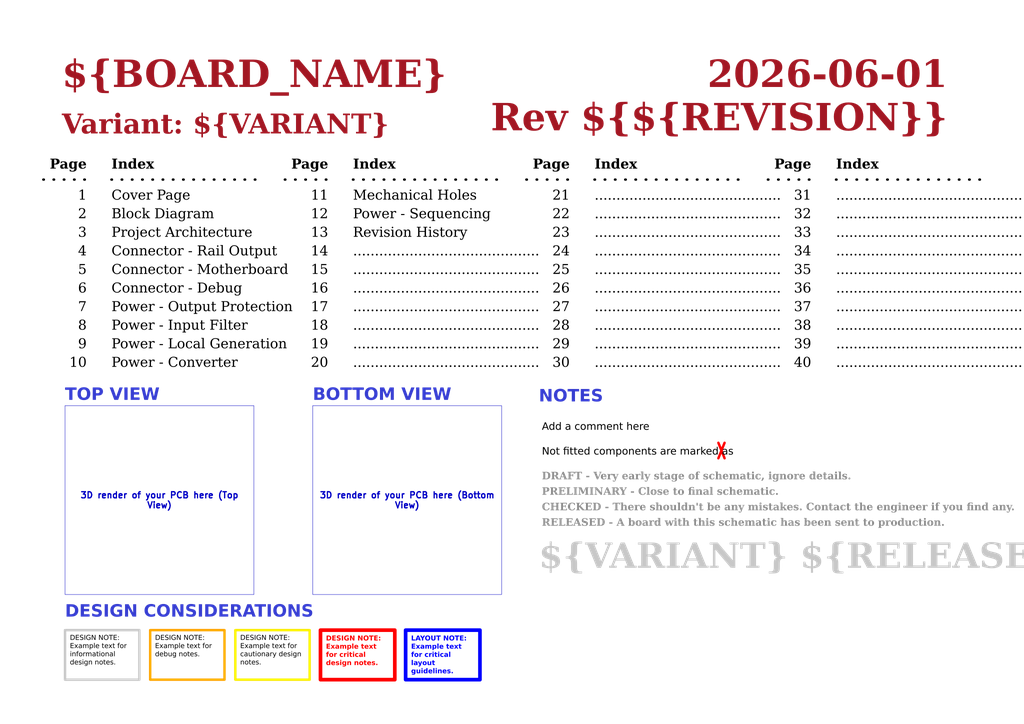
<source format=kicad_sch>
(kicad_sch
	(version 20231120)
	(generator "eeschema")
	(generator_version "8.0")
	(uuid "0650c7a8-acba-429c-9f8e-eec0baf0bc1c")
	(paper "A3")
	(title_block
		(title "Cover Page")
		(date "Last Modified Date")
		(rev "${REVISION}")
		(company "${COMPANY}")
	)
	(lib_symbols)
	(polyline
		(pts
			(xy 215.9 73.66) (xy 233.68 73.66)
		)
		(stroke
			(width 1)
			(type dot)
			(color 0 0 0 1)
		)
		(uuid "024689d9-b8ca-41ae-b55d-6ff207f6e101")
	)
	(polyline
		(pts
			(xy 297.18 181.61) (xy 294.64 187.96)
		)
		(stroke
			(width 1)
			(type default)
			(color 255 0 0 1)
		)
		(uuid "4ae2cac4-7676-4a8d-91c4-c6c6f4585019")
	)
	(polyline
		(pts
			(xy 45.72 73.66) (xy 106.68 73.66)
		)
		(stroke
			(width 1)
			(type dot)
			(color 0 0 0 1)
		)
		(uuid "594379bc-c052-4d2e-996b-8b5c1a0857fd")
	)
	(polyline
		(pts
			(xy 342.9 73.66) (xy 403.86 73.66)
		)
		(stroke
			(width 1)
			(type dot)
			(color 0 0 0 1)
		)
		(uuid "8ca04e4f-914f-46ae-b7bb-c241f34f0be3")
	)
	(polyline
		(pts
			(xy 243.84 73.66) (xy 304.8 73.66)
		)
		(stroke
			(width 1)
			(type dot)
			(color 0 0 0 1)
		)
		(uuid "90aedf20-3619-4eea-9142-e5201cfa9329")
	)
	(polyline
		(pts
			(xy 116.84 73.66) (xy 134.62 73.66)
		)
		(stroke
			(width 1)
			(type dot)
			(color 0 0 0 1)
		)
		(uuid "aa27a991-1dd0-4ddb-a292-69ddc074d2fe")
	)
	(polyline
		(pts
			(xy 17.78 73.66) (xy 35.56 73.66)
		)
		(stroke
			(width 1)
			(type dot)
			(color 0 0 0 1)
		)
		(uuid "aefa0f5d-e237-48a6-8d0d-7925958d23a4")
	)
	(polyline
		(pts
			(xy 294.64 181.61) (xy 297.18 187.96)
		)
		(stroke
			(width 1)
			(type default)
			(color 255 0 0 1)
		)
		(uuid "b16ef1e7-4b58-4125-810d-81e7071984f8")
	)
	(polyline
		(pts
			(xy 144.78 73.66) (xy 205.74 73.66)
		)
		(stroke
			(width 1)
			(type dot)
			(color 0 0 0 1)
		)
		(uuid "d03f8f3f-5543-483d-a054-040e77e06c0e")
	)
	(polyline
		(pts
			(xy 314.96 73.66) (xy 332.74 73.66)
		)
		(stroke
			(width 1)
			(type dot)
			(color 0 0 0 1)
		)
		(uuid "f1ab5a98-3d21-4c83-b2d8-cfe1793d64cb")
	)
	(text_box "3D render of your PCB here (Bottom View)"
		(exclude_from_sim no)
		(at 128.27 166.37 0)
		(size 77.47 77.47)
		(stroke
			(width 0)
			(type default)
		)
		(fill
			(type none)
		)
		(effects
			(font
				(size 2.54 2.54)
				(thickness 0.508)
				(bold yes)
			)
		)
		(uuid "0c38d11f-bb11-46db-a91c-ebc0b30e95f5")
	)
	(text_box "3D render of your PCB here (Top View)"
		(exclude_from_sim no)
		(at 26.67 166.37 0)
		(size 77.47 77.47)
		(stroke
			(width 0)
			(type default)
		)
		(fill
			(type none)
		)
		(effects
			(font
				(size 2.54 2.54)
				(thickness 0.508)
				(bold yes)
			)
		)
		(uuid "2d015f2a-bc39-4866-bbd9-40b03d497a26")
	)
	(text_box "Metadata can be set in File → Schematic Setup → Project → Text Variables"
		(exclude_from_sim no)
		(at 8.89 300.99 0)
		(size 119.38 6.35)
		(stroke
			(width -0.0001)
			(type default)
		)
		(fill
			(type none)
		)
		(effects
			(font
				(size 2.54 2.54)
				(thickness 0.381)
				(bold yes)
				(color 0 0 0 1)
			)
			(justify right top)
		)
		(uuid "4d4fc8f9-28d9-4b33-b78d-b00f0a2b33ca")
	)
	(text_box "DESIGN NOTE:\nExample text for informational design notes."
		(exclude_from_sim no)
		(at 26.67 258.445 0)
		(size 30.48 20.32)
		(stroke
			(width 1)
			(type solid)
			(color 200 200 200 1)
		)
		(fill
			(type none)
		)
		(effects
			(font
				(face "Arial")
				(size 2 2)
				(color 0 0 0 1)
			)
			(justify left top)
		)
		(uuid "60b6a08c-a542-468e-b79f-aa4a2aa0e9e7")
	)
	(text_box "LAYOUT NOTE:\nExample text for critical layout guidelines."
		(exclude_from_sim no)
		(at 166.37 258.445 0)
		(size 30.48 20.32)
		(stroke
			(width 1.5)
			(type solid)
			(color 0 0 255 1)
		)
		(fill
			(type none)
		)
		(effects
			(font
				(face "Arial")
				(size 2 2)
				(thickness 0.4)
				(bold yes)
				(color 0 0 255 1)
			)
			(justify left top)
		)
		(uuid "b2648603-9b19-4c01-9621-49d92c5b8a6e")
	)
	(text_box "DESIGN NOTE:\nExample text for cautionary design notes."
		(exclude_from_sim no)
		(at 96.52 258.445 0)
		(size 30.48 20.32)
		(stroke
			(width 1)
			(type solid)
			(color 250 236 0 1)
		)
		(fill
			(type none)
		)
		(effects
			(font
				(face "Arial")
				(size 2 2)
				(color 0 0 0 1)
			)
			(justify left top)
		)
		(uuid "c7ec7f64-f5b0-4d3e-9743-7d40c3e23ecf")
	)
	(text_box "DESIGN NOTE:\nExample text for debug notes."
		(exclude_from_sim no)
		(at 61.595 258.445 0)
		(size 30.48 20.32)
		(stroke
			(width 1)
			(type solid)
			(color 255 165 0 1)
		)
		(fill
			(type none)
		)
		(effects
			(font
				(face "Arial")
				(size 2 2)
				(color 0 0 0 1)
			)
			(justify left top)
		)
		(uuid "c8bf2561-6ede-45f0-9b2e-12af2dfee13b")
	)
	(text_box "DESIGN NOTE:\nExample text for critical design notes."
		(exclude_from_sim no)
		(at 131.445 258.445 0)
		(size 30.48 20.32)
		(stroke
			(width 1.5)
			(type solid)
			(color 255 0 0 1)
		)
		(fill
			(type none)
		)
		(effects
			(font
				(face "Arial")
				(size 2 2)
				(thickness 0.4)
				(bold yes)
				(color 255 0 0 1)
			)
			(justify left top)
		)
		(uuid "d03e1008-e371-461f-a9f2-320d8a2b7341")
	)
	(text "9"
		(exclude_from_sim no)
		(at 35.56 144.78 0)
		(effects
			(font
				(face "Times New Roman")
				(size 4 4)
				(color 0 0 0 1)
			)
			(justify right bottom)
			(href "#9")
		)
		(uuid "0171ecc8-df6f-418e-95ea-db73cf975716")
	)
	(text "BOTTOM VIEW"
		(exclude_from_sim no)
		(at 128.27 166.37 0)
		(effects
			(font
				(face "Arial")
				(size 5 5)
				(bold yes)
				(color 53 60 207 1)
			)
			(justify left bottom)
		)
		(uuid "041ff709-0f5e-466e-adab-d03afffd90b7")
	)
	(text "..........................................."
		(exclude_from_sim no)
		(at 243.84 99.06 0)
		(effects
			(font
				(face "Times New Roman")
				(size 4 4)
				(color 0 0 0 1)
			)
			(justify left bottom)
			(href "#23")
		)
		(uuid "0647f622-b644-4538-802a-42edf8cdccc5")
	)
	(text "13"
		(exclude_from_sim no)
		(at 134.62 99.06 0)
		(effects
			(font
				(face "Times New Roman")
				(size 4 4)
				(color 0 0 0 1)
			)
			(justify right bottom)
			(href "#13")
		)
		(uuid "09a9f005-609a-4854-9ba5-f5a5e7b8d7c7")
	)
	(text "RELEASED - A board with this schematic has been sent to production."
		(exclude_from_sim no)
		(at 222.25 217.17 0)
		(effects
			(font
				(face "Times New Roman")
				(size 3 3)
				(thickness 0.6)
				(bold yes)
				(color 140 140 140 1)
			)
			(justify left bottom)
		)
		(uuid "10cbc67f-d688-44d7-9e2b-bee41b99ad5c")
	)
	(text "Page"
		(exclude_from_sim no)
		(at 332.74 71.12 0)
		(effects
			(font
				(face "Times New Roman")
				(size 4 4)
				(bold yes)
				(color 0 0 0 1)
			)
			(justify right bottom)
		)
		(uuid "1b60c0cc-bf04-4615-8796-1ecc890b346a")
	)
	(text "TOP VIEW"
		(exclude_from_sim no)
		(at 26.67 166.37 0)
		(effects
			(font
				(face "Arial")
				(size 5 5)
				(bold yes)
				(color 53 60 207 1)
			)
			(justify left bottom)
		)
		(uuid "1c033b5c-f50d-4e0f-94c4-59e72fb244de")
	)
	(text "3"
		(exclude_from_sim no)
		(at 35.56 99.06 0)
		(effects
			(font
				(face "Times New Roman")
				(size 4 4)
				(color 0 0 0 1)
			)
			(justify right bottom)
			(href "#3")
		)
		(uuid "1dd16a1b-b3b8-42a1-b678-3a7b261e7284")
	)
	(text "38"
		(exclude_from_sim no)
		(at 332.74 137.16 0)
		(effects
			(font
				(face "Times New Roman")
				(size 4 4)
				(color 0 0 0 1)
			)
			(justify right bottom)
			(href "#38")
		)
		(uuid "2d20025d-61e4-451d-b51e-153fedc44d68")
	)
	(text "Power - Converter"
		(exclude_from_sim no)
		(at 45.72 152.4 0)
		(effects
			(font
				(face "Times New Roman")
				(size 4 4)
				(color 0 0 0 1)
			)
			(justify left bottom)
			(href "#10")
		)
		(uuid "2df49b6e-980f-4a01-ab23-c61ed27bd1b8")
	)
	(text "Power - Local Generation"
		(exclude_from_sim no)
		(at 45.72 144.78 0)
		(effects
			(font
				(face "Times New Roman")
				(size 4 4)
				(color 0 0 0 1)
			)
			(justify left bottom)
			(href "#9")
		)
		(uuid "319dfe95-cf7d-4b95-aa65-2f948d7bd6bc")
	)
	(text "Power - Input Filter"
		(exclude_from_sim no)
		(at 45.72 137.16 0)
		(effects
			(font
				(face "Times New Roman")
				(size 4 4)
				(color 0 0 0 1)
			)
			(justify left bottom)
			(href "#8")
		)
		(uuid "339f13bd-0896-43a1-925e-733e36e395bd")
	)
	(text "..........................................."
		(exclude_from_sim no)
		(at 144.78 121.92 0)
		(effects
			(font
				(face "Times New Roman")
				(size 4 4)
				(color 0 0 0 1)
			)
			(justify left bottom)
			(href "#16")
		)
		(uuid "34c28277-d6a5-4104-8740-b78485a8ff4c")
	)
	(text "1"
		(exclude_from_sim no)
		(at 35.56 83.82 0)
		(effects
			(font
				(face "Times New Roman")
				(size 4 4)
				(color 0 0 0 1)
			)
			(justify right bottom)
			(href "#1")
		)
		(uuid "3691ab49-6c05-4886-869a-12221f52fdee")
	)
	(text "Not fitted components are marked as"
		(exclude_from_sim no)
		(at 222.25 187.96 0)
		(effects
			(font
				(face "Arial")
				(size 3 3)
				(color 0 0 0 1)
			)
			(justify left bottom)
		)
		(uuid "3e121d9b-11e9-4895-9779-ade93d5b2a88")
	)
	(text "..........................................."
		(exclude_from_sim no)
		(at 243.84 152.4 0)
		(effects
			(font
				(face "Times New Roman")
				(size 4 4)
				(color 0 0 0 1)
			)
			(justify left bottom)
			(href "#30")
		)
		(uuid "41bb0f90-1135-4d50-9d44-9fb04444ecf6")
	)
	(text "Index"
		(exclude_from_sim no)
		(at 45.72 71.12 0)
		(effects
			(font
				(face "Times New Roman")
				(size 4 4)
				(bold yes)
				(color 0 0 0 1)
			)
			(justify left bottom)
		)
		(uuid "44841f0e-187c-41b9-a570-9f74973319c9")
	)
	(text "Revision History"
		(exclude_from_sim no)
		(at 144.78 99.06 0)
		(effects
			(font
				(face "Times New Roman")
				(size 4 4)
				(color 0 0 0 1)
			)
			(justify left bottom)
			(href "#13")
		)
		(uuid "461ef4aa-5f24-4935-a427-92bbc78a05f3")
	)
	(text "Index"
		(exclude_from_sim no)
		(at 144.78 71.12 0)
		(effects
			(font
				(face "Times New Roman")
				(size 4 4)
				(bold yes)
				(color 0 0 0 1)
			)
			(justify left bottom)
		)
		(uuid "4773b195-e777-483d-bd5a-5b18be14b485")
	)
	(text "27"
		(exclude_from_sim no)
		(at 233.68 129.54 0)
		(effects
			(font
				(face "Times New Roman")
				(size 4 4)
				(color 0 0 0 1)
			)
			(justify right bottom)
			(href "#27")
		)
		(uuid "47e5ef3a-a936-4417-8e04-a70df1a04676")
	)
	(text "15"
		(exclude_from_sim no)
		(at 134.62 114.3 0)
		(effects
			(font
				(face "Times New Roman")
				(size 4 4)
				(color 0 0 0 1)
			)
			(justify right bottom)
			(href "#15")
		)
		(uuid "48cae9b2-9935-4ee2-a962-685c04325434")
	)
	(text "6"
		(exclude_from_sim no)
		(at 35.56 121.92 0)
		(effects
			(font
				(face "Times New Roman")
				(size 4 4)
				(color 0 0 0 1)
			)
			(justify right bottom)
			(href "#6")
		)
		(uuid "4aa9b67c-c657-48d1-abb0-497faf20008a")
	)
	(text "PRELIMINARY - Close to final schematic."
		(exclude_from_sim no)
		(at 222.25 204.47 0)
		(effects
			(font
				(face "Times New Roman")
				(size 3 3)
				(thickness 0.6)
				(bold yes)
				(color 140 140 140 1)
			)
			(justify left bottom)
		)
		(uuid "4b75d6be-e2b4-4862-a5fd-f3239bff6734")
	)
	(text "24"
		(exclude_from_sim no)
		(at 233.68 106.68 0)
		(effects
			(font
				(face "Times New Roman")
				(size 4 4)
				(color 0 0 0 1)
			)
			(justify right bottom)
			(href "#24")
		)
		(uuid "4d10b8f7-ee9d-4539-987e-2871a213b2d6")
	)
	(text "${VARIANT} ${RELEASE_DATE}"
		(exclude_from_sim no)
		(at 220.98 237.49 0)
		(effects
			(font
				(face "Times New Roman")
				(size 10.16 10.16)
				(thickness 0.6)
				(bold yes)
				(color 200 200 200 1)
			)
			(justify left bottom)
		)
		(uuid "4f144e11-d681-45f3-b92d-dea6c28023e4")
	)
	(text "Page"
		(exclude_from_sim no)
		(at 35.56 71.12 0)
		(effects
			(font
				(face "Times New Roman")
				(size 4 4)
				(bold yes)
				(color 0 0 0 1)
			)
			(justify right bottom)
		)
		(uuid "5216de6a-28ab-4e49-a422-9fd32d8fed67")
	)
	(text "Connector - Rail Output\n"
		(exclude_from_sim no)
		(at 45.72 106.68 0)
		(effects
			(font
				(face "Times New Roman")
				(size 4 4)
				(color 0 0 0 1)
			)
			(justify left bottom)
			(href "#4")
		)
		(uuid "547bb3ec-bec4-4b68-a38e-2ac56be29bd3")
	)
	(text "..........................................."
		(exclude_from_sim no)
		(at 243.84 129.54 0)
		(effects
			(font
				(face "Times New Roman")
				(size 4 4)
				(color 0 0 0 1)
			)
			(justify left bottom)
			(href "#27")
		)
		(uuid "598c6218-39d7-40a8-878a-842531c6a754")
	)
	(text "8"
		(exclude_from_sim no)
		(at 35.56 137.16 0)
		(effects
			(font
				(face "Times New Roman")
				(size 4 4)
				(color 0 0 0 1)
			)
			(justify right bottom)
			(href "#8")
		)
		(uuid "5dd35c87-2aeb-4c16-ab79-fbda71c4347a")
	)
	(text "14"
		(exclude_from_sim no)
		(at 134.62 106.68 0)
		(effects
			(font
				(face "Times New Roman")
				(size 4 4)
				(color 0 0 0 1)
			)
			(justify right bottom)
			(href "#14")
		)
		(uuid "5e529423-56be-4ad0-9794-38b960fa0634")
	)
	(text "..........................................."
		(exclude_from_sim no)
		(at 342.9 137.16 0)
		(effects
			(font
				(face "Times New Roman")
				(size 4 4)
				(color 0 0 0 1)
			)
			(justify left bottom)
			(href "#38")
		)
		(uuid "5ec61f31-3c66-4623-97e5-d26d3b9bb1be")
	)
	(text "..........................................."
		(exclude_from_sim no)
		(at 342.9 152.4 0)
		(effects
			(font
				(face "Times New Roman")
				(size 4 4)
				(color 0 0 0 1)
			)
			(justify left bottom)
			(href "#40")
		)
		(uuid "65f25bf1-cc7d-4807-9afa-0a0ac612f9b3")
	)
	(text "23"
		(exclude_from_sim no)
		(at 233.68 99.06 0)
		(effects
			(font
				(face "Times New Roman")
				(size 4 4)
				(color 0 0 0 1)
			)
			(justify right bottom)
			(href "#23")
		)
		(uuid "68aaa364-f788-45fb-b731-7b1eda7a6c6c")
	)
	(text "Index"
		(exclude_from_sim no)
		(at 243.84 71.12 0)
		(effects
			(font
				(face "Times New Roman")
				(size 4 4)
				(bold yes)
				(color 0 0 0 1)
			)
			(justify left bottom)
		)
		(uuid "6eee427d-5608-4f64-99d8-6d8e4391a6b0")
	)
	(text "..........................................."
		(exclude_from_sim no)
		(at 342.9 91.44 0)
		(effects
			(font
				(face "Times New Roman")
				(size 4 4)
				(color 0 0 0 1)
			)
			(justify left bottom)
			(href "#32")
		)
		(uuid "71058a62-023a-4e0a-b0c4-c0fb8bf95cc8")
	)
	(text "5"
		(exclude_from_sim no)
		(at 35.56 114.3 0)
		(effects
			(font
				(face "Times New Roman")
				(size 4 4)
				(color 0 0 0 1)
			)
			(justify right bottom)
			(href "#5")
		)
		(uuid "718e4830-a352-43f0-b9c5-1495032b5970")
	)
	(text "${CURRENT_DATE}"
		(exclude_from_sim no)
		(at 388.62 40.64 0)
		(effects
			(font
				(face "Times New Roman")
				(size 11 11)
				(thickness 1)
				(bold yes)
				(color 162 22 34 1)
			)
			(justify right bottom)
		)
		(uuid "752b8016-2b6c-433a-9e5a-755eac1f800d")
	)
	(text "26"
		(exclude_from_sim no)
		(at 233.68 121.92 0)
		(effects
			(font
				(face "Times New Roman")
				(size 4 4)
				(color 0 0 0 1)
			)
			(justify right bottom)
			(href "#26")
		)
		(uuid "78da4ba2-8c96-4e51-9a03-b14367dceea0")
	)
	(text "16"
		(exclude_from_sim no)
		(at 134.62 121.92 0)
		(effects
			(font
				(face "Times New Roman")
				(size 4 4)
				(color 0 0 0 1)
			)
			(justify right bottom)
			(href "#16")
		)
		(uuid "7a577aea-9c53-4431-8f38-6cd521e907d0")
	)
	(text "10"
		(exclude_from_sim no)
		(at 35.56 152.4 0)
		(effects
			(font
				(face "Times New Roman")
				(size 4 4)
				(color 0 0 0 1)
			)
			(justify right bottom)
			(href "#10")
		)
		(uuid "7caa34f0-df91-4ed4-bb8e-ff81315f8c93")
	)
	(text "35"
		(exclude_from_sim no)
		(at 332.74 114.3 0)
		(effects
			(font
				(face "Times New Roman")
				(size 4 4)
				(color 0 0 0 1)
			)
			(justify right bottom)
			(href "#35")
		)
		(uuid "7d4a16f6-fc91-424a-bffd-707dc25afa40")
	)
	(text "18"
		(exclude_from_sim no)
		(at 134.62 137.16 0)
		(effects
			(font
				(face "Times New Roman")
				(size 4 4)
				(color 0 0 0 1)
			)
			(justify right bottom)
			(href "#18")
		)
		(uuid "7d4de17d-b484-45d2-95af-1050fc297950")
	)
	(text "33"
		(exclude_from_sim no)
		(at 332.74 99.06 0)
		(effects
			(font
				(face "Times New Roman")
				(size 4 4)
				(color 0 0 0 1)
			)
			(justify right bottom)
			(href "#33")
		)
		(uuid "7fd97343-03c5-4f22-a59e-bc2d9fd9af23")
	)
	(text "Variant: ${VARIANT}"
		(exclude_from_sim no)
		(at 25.4 58.42 0)
		(effects
			(font
				(face "Times New Roman")
				(size 8 8)
				(thickness 1)
				(bold yes)
				(color 162 22 34 1)
			)
			(justify left bottom)
		)
		(uuid "832c6231-94ea-4718-8f70-96006b71efdf")
	)
	(text "4"
		(exclude_from_sim no)
		(at 35.56 106.68 0)
		(effects
			(font
				(face "Times New Roman")
				(size 4 4)
				(color 0 0 0 1)
			)
			(justify right bottom)
			(href "#4")
		)
		(uuid "8d802a1e-8c90-4592-9cec-00ce1173b8bd")
	)
	(text "11"
		(exclude_from_sim no)
		(at 134.62 83.82 0)
		(effects
			(font
				(face "Times New Roman")
				(size 4 4)
				(color 0 0 0 1)
			)
			(justify right bottom)
			(href "#11")
		)
		(uuid "8d827c06-285c-46bc-8024-d46f4098d9e5")
	)
	(text "Rev ${REVISION}"
		(exclude_from_sim no)
		(at 388.62 58.42 0)
		(effects
			(font
				(face "Times New Roman")
				(size 11 11)
				(thickness 1)
				(bold yes)
				(color 162 22 34 1)
			)
			(justify right bottom)
		)
		(uuid "9008c96f-82fa-4b3f-88a3-9ae35f59090b")
	)
	(text "..........................................."
		(exclude_from_sim no)
		(at 243.84 106.68 0)
		(effects
			(font
				(face "Times New Roman")
				(size 4 4)
				(color 0 0 0 1)
			)
			(justify left bottom)
			(href "#24")
		)
		(uuid "91ef4a1a-faaf-4d16-b090-6e6451092c3a")
	)
	(text "28"
		(exclude_from_sim no)
		(at 233.68 137.16 0)
		(effects
			(font
				(face "Times New Roman")
				(size 4 4)
				(color 0 0 0 1)
			)
			(justify right bottom)
			(href "#28")
		)
		(uuid "9310b062-10e2-49af-a22c-1c9854a7f3f0")
	)
	(text "..........................................."
		(exclude_from_sim no)
		(at 243.84 144.78 0)
		(effects
			(font
				(face "Times New Roman")
				(size 4 4)
				(color 0 0 0 1)
			)
			(justify left bottom)
			(href "#29")
		)
		(uuid "93713c73-3aba-4b0b-9f3c-b37ab3721f94")
	)
	(text "..........................................."
		(exclude_from_sim no)
		(at 243.84 91.44 0)
		(effects
			(font
				(face "Times New Roman")
				(size 4 4)
				(color 0 0 0 1)
			)
			(justify left bottom)
			(href "#22")
		)
		(uuid "93b242cb-0b6a-48cc-a920-659ba5a2d4b9")
	)
	(text "..........................................."
		(exclude_from_sim no)
		(at 342.9 144.78 0)
		(effects
			(font
				(face "Times New Roman")
				(size 4 4)
				(color 0 0 0 1)
			)
			(justify left bottom)
			(href "#39")
		)
		(uuid "9413d17b-fd74-4a56-8014-ec2904184d8a")
	)
	(text "Connector - Motherboard"
		(exclude_from_sim no)
		(at 45.72 114.3 0)
		(effects
			(font
				(face "Times New Roman")
				(size 4 4)
				(color 0 0 0 1)
			)
			(justify left bottom)
			(href "#5")
		)
		(uuid "9413d28a-c2b4-4d73-ae2d-68b4717d1b67")
	)
	(text "Page"
		(exclude_from_sim no)
		(at 233.68 71.12 0)
		(effects
			(font
				(face "Times New Roman")
				(size 4 4)
				(bold yes)
				(color 0 0 0 1)
			)
			(justify right bottom)
		)
		(uuid "959ea2a5-595d-4c64-a44e-f0c1c6497852")
	)
	(text "..........................................."
		(exclude_from_sim no)
		(at 144.78 144.78 0)
		(effects
			(font
				(face "Times New Roman")
				(size 4 4)
				(color 0 0 0 1)
			)
			(justify left bottom)
			(href "#19")
		)
		(uuid "9d747571-2a3a-41dd-b7ab-0c07afaa5df1")
	)
	(text "Mechanical Holes"
		(exclude_from_sim no)
		(at 144.78 83.82 0)
		(effects
			(font
				(face "Times New Roman")
				(size 4 4)
				(color 0 0 0 1)
			)
			(justify left bottom)
			(href "#11")
		)
		(uuid "9e3e9ac8-468f-4f09-9650-682992859fd0")
	)
	(text "..........................................."
		(exclude_from_sim no)
		(at 144.78 129.54 0)
		(effects
			(font
				(face "Times New Roman")
				(size 4 4)
				(color 0 0 0 1)
			)
			(justify left bottom)
			(href "#17")
		)
		(uuid "a2bb1bed-8e4e-4038-8b4e-99f9457f4c30")
	)
	(text "31"
		(exclude_from_sim no)
		(at 332.74 83.82 0)
		(effects
			(font
				(face "Times New Roman")
				(size 4 4)
				(color 0 0 0 1)
			)
			(justify right bottom)
			(href "#31")
		)
		(uuid "a8eb70a2-f43e-480c-afdf-7e91507527a7")
	)
	(text "36"
		(exclude_from_sim no)
		(at 332.74 121.92 0)
		(effects
			(font
				(face "Times New Roman")
				(size 4 4)
				(color 0 0 0 1)
			)
			(justify right bottom)
			(href "#36")
		)
		(uuid "a95a57c3-0ec4-4b96-8edf-d46ee18a4a8e")
	)
	(text "..........................................."
		(exclude_from_sim no)
		(at 243.84 137.16 0)
		(effects
			(font
				(face "Times New Roman")
				(size 4 4)
				(color 0 0 0 1)
			)
			(justify left bottom)
			(href "#28")
		)
		(uuid "ad40278e-f3e6-4c25-8fa4-1f4e3918f822")
	)
	(text "22"
		(exclude_from_sim no)
		(at 233.68 91.44 0)
		(effects
			(font
				(face "Times New Roman")
				(size 4 4)
				(color 0 0 0 1)
			)
			(justify right bottom)
			(href "#22")
		)
		(uuid "ada746a9-1ac8-4ba5-b1f0-e040d6c0fa14")
	)
	(text "..........................................."
		(exclude_from_sim no)
		(at 144.78 114.3 0)
		(effects
			(font
				(face "Times New Roman")
				(size 4 4)
				(color 0 0 0 1)
			)
			(justify left bottom)
			(href "#15")
		)
		(uuid "ae6c0242-f9a8-4717-86dd-2d27e5dc9018")
	)
	(text "..........................................."
		(exclude_from_sim no)
		(at 342.9 83.82 0)
		(effects
			(font
				(face "Times New Roman")
				(size 4 4)
				(color 0 0 0 1)
			)
			(justify left bottom)
			(href "#31")
		)
		(uuid "b39085c9-1ebe-4dab-a6c1-54ab08707fbf")
	)
	(text "25"
		(exclude_from_sim no)
		(at 233.68 114.3 0)
		(effects
			(font
				(face "Times New Roman")
				(size 4 4)
				(color 0 0 0 1)
			)
			(justify right bottom)
			(href "#25")
		)
		(uuid "b3f10ccd-dd30-4e1a-9a39-191e590211cc")
	)
	(text "${BOARD_NAME}"
		(exclude_from_sim no)
		(at 25.4 40.64 0)
		(effects
			(font
				(face "Times New Roman")
				(size 11 11)
				(thickness 1)
				(bold yes)
				(color 162 22 34 1)
			)
			(justify left bottom)
		)
		(uuid "b5491481-138f-4748-8f60-dc51e3284b98")
	)
	(text "..........................................."
		(exclude_from_sim no)
		(at 243.84 121.92 0)
		(effects
			(font
				(face "Times New Roman")
				(size 4 4)
				(color 0 0 0 1)
			)
			(justify left bottom)
			(href "#26")
		)
		(uuid "b55022f1-bde3-45d1-ab63-474a18aef763")
	)
	(text "..........................................."
		(exclude_from_sim no)
		(at 342.9 106.68 0)
		(effects
			(font
				(face "Times New Roman")
				(size 4 4)
				(color 0 0 0 1)
			)
			(justify left bottom)
			(href "#34")
		)
		(uuid "b5c8bc07-6a7e-4ec3-955b-9e6a13622c4e")
	)
	(text "37"
		(exclude_from_sim no)
		(at 332.74 129.54 0)
		(effects
			(font
				(face "Times New Roman")
				(size 4 4)
				(color 0 0 0 1)
			)
			(justify right bottom)
			(href "#37")
		)
		(uuid "baff535e-40df-4979-8ad1-9d6e8282e1a0")
	)
	(text "Page"
		(exclude_from_sim no)
		(at 134.62 71.12 0)
		(effects
			(font
				(face "Times New Roman")
				(size 4 4)
				(bold yes)
				(color 0 0 0 1)
			)
			(justify right bottom)
		)
		(uuid "beb5ee3d-ad62-4c0c-ab18-390f8e3c78c4")
	)
	(text "DRAFT - Very early stage of schematic, ignore details."
		(exclude_from_sim no)
		(at 222.25 198.12 0)
		(effects
			(font
				(face "Times New Roman")
				(size 3 3)
				(thickness 0.6)
				(bold yes)
				(color 140 140 140 1)
			)
			(justify left bottom)
		)
		(uuid "c1828499-d221-4dc2-9c7b-c9d850654d5e")
	)
	(text "..........................................."
		(exclude_from_sim no)
		(at 144.78 106.68 0)
		(effects
			(font
				(face "Times New Roman")
				(size 4 4)
				(color 0 0 0 1)
			)
			(justify left bottom)
			(href "#14")
		)
		(uuid "c492727f-a5a2-4efb-9f13-b55fb4c5125a")
	)
	(text "Index"
		(exclude_from_sim no)
		(at 342.9 71.12 0)
		(effects
			(font
				(face "Times New Roman")
				(size 4 4)
				(bold yes)
				(color 0 0 0 1)
			)
			(justify left bottom)
		)
		(uuid "c52bc9e5-2c42-41e6-ae08-fabef868928a")
	)
	(text "Connector - Debug"
		(exclude_from_sim no)
		(at 45.72 121.92 0)
		(effects
			(font
				(face "Times New Roman")
				(size 4 4)
				(color 0 0 0 1)
			)
			(justify left bottom)
			(href "#6")
		)
		(uuid "c787ff5d-5d58-4a12-8967-dc99673505b9")
	)
	(text "..........................................."
		(exclude_from_sim no)
		(at 342.9 121.92 0)
		(effects
			(font
				(face "Times New Roman")
				(size 4 4)
				(color 0 0 0 1)
			)
			(justify left bottom)
			(href "#36")
		)
		(uuid "c8a13f8e-6347-4971-97e9-3bbacc8fb0b5")
	)
	(text "..........................................."
		(exclude_from_sim no)
		(at 342.9 114.3 0)
		(effects
			(font
				(face "Times New Roman")
				(size 4 4)
				(color 0 0 0 1)
			)
			(justify left bottom)
			(href "#35")
		)
		(uuid "c932f64b-e011-46ca-8efc-bb2f186e8b13")
	)
	(text "Block Diagram"
		(exclude_from_sim no)
		(at 45.72 91.44 0)
		(effects
			(font
				(face "Times New Roman")
				(size 4 4)
				(color 0 0 0 1)
			)
			(justify left bottom)
			(href "#2")
		)
		(uuid "caeb7f52-f34e-4432-b129-9207069a1ad5")
	)
	(text "19"
		(exclude_from_sim no)
		(at 134.62 144.78 0)
		(effects
			(font
				(face "Times New Roman")
				(size 4 4)
				(color 0 0 0 1)
			)
			(justify right bottom)
			(href "#19")
		)
		(uuid "cbf7eaea-8009-4ccd-9079-9d687b9a3603")
	)
	(text "30"
		(exclude_from_sim no)
		(at 233.68 152.4 0)
		(effects
			(font
				(face "Times New Roman")
				(size 4 4)
				(color 0 0 0 1)
			)
			(justify right bottom)
			(href "#30")
		)
		(uuid "cea38a57-40f7-465f-b054-ff626e3218d0")
	)
	(text "7"
		(exclude_from_sim no)
		(at 35.56 129.54 0)
		(effects
			(font
				(face "Times New Roman")
				(size 4 4)
				(color 0 0 0 1)
			)
			(justify right bottom)
			(href "#7")
		)
		(uuid "cf9779c0-4a62-4a6f-9127-07f6919e9e8d")
	)
	(text "..........................................."
		(exclude_from_sim no)
		(at 243.84 114.3 0)
		(effects
			(font
				(face "Times New Roman")
				(size 4 4)
				(color 0 0 0 1)
			)
			(justify left bottom)
			(href "#25")
		)
		(uuid "d06fb69a-43a5-466c-8174-3edde239a7c0")
	)
	(text "12"
		(exclude_from_sim no)
		(at 134.62 91.44 0)
		(effects
			(font
				(face "Times New Roman")
				(size 4 4)
				(color 0 0 0 1)
			)
			(justify right bottom)
			(href "#12")
		)
		(uuid "d450aa41-7115-44ab-9cc7-2fa118545b00")
	)
	(text "21"
		(exclude_from_sim no)
		(at 233.68 83.82 0)
		(effects
			(font
				(face "Times New Roman")
				(size 4 4)
				(color 0 0 0 1)
			)
			(justify right bottom)
			(href "#21")
		)
		(uuid "d7ac5948-93ba-4038-95c3-cb73c27df74a")
	)
	(text "Add a comment here"
		(exclude_from_sim no)
		(at 222.25 177.8 0)
		(effects
			(font
				(face "Arial")
				(size 3 3)
				(color 0 0 0 1)
			)
			(justify left bottom)
		)
		(uuid "d8d8425a-4141-4ddb-8e75-262db2d23ce8")
	)
	(text "2"
		(exclude_from_sim no)
		(at 35.56 91.44 0)
		(effects
			(font
				(face "Times New Roman")
				(size 4 4)
				(color 0 0 0 1)
			)
			(justify right bottom)
			(href "#2")
		)
		(uuid "dca5e168-6a76-4eb2-b335-e6c030ded824")
	)
	(text "39"
		(exclude_from_sim no)
		(at 332.74 144.78 0)
		(effects
			(font
				(face "Times New Roman")
				(size 4 4)
				(color 0 0 0 1)
			)
			(justify right bottom)
			(href "#39")
		)
		(uuid "e216870b-45fe-49b3-8e55-d9668eb9df44")
	)
	(text "..........................................."
		(exclude_from_sim no)
		(at 144.78 137.16 0)
		(effects
			(font
				(face "Times New Roman")
				(size 4 4)
				(color 0 0 0 1)
			)
			(justify left bottom)
			(href "#18")
		)
		(uuid "e518f3ad-92c7-4755-8883-22916bfc7d1f")
	)
	(text "..........................................."
		(exclude_from_sim no)
		(at 342.9 99.06 0)
		(effects
			(font
				(face "Times New Roman")
				(size 4 4)
				(color 0 0 0 1)
			)
			(justify left bottom)
			(href "#33")
		)
		(uuid "e5564811-ffd2-4bd9-9644-ff1dc80ebf87")
	)
	(text "..........................................."
		(exclude_from_sim no)
		(at 144.78 152.4 0)
		(effects
			(font
				(face "Times New Roman")
				(size 4 4)
				(color 0 0 0 1)
			)
			(justify left bottom)
			(href "#20")
		)
		(uuid "e58de9a8-7551-4002-91cc-eb758bb6876c")
	)
	(text "34"
		(exclude_from_sim no)
		(at 332.74 106.68 0)
		(effects
			(font
				(face "Times New Roman")
				(size 4 4)
				(color 0 0 0 1)
			)
			(justify right bottom)
			(href "#34")
		)
		(uuid "e60ef77b-a7db-4a46-901f-5793e4acc58b")
	)
	(text "29"
		(exclude_from_sim no)
		(at 233.68 144.78 0)
		(effects
			(font
				(face "Times New Roman")
				(size 4 4)
				(color 0 0 0 1)
			)
			(justify right bottom)
			(href "#29")
		)
		(uuid "e83f0c3e-ac1d-4432-a8de-ba5a2be8aa4a")
	)
	(text "Cover Page"
		(exclude_from_sim no)
		(at 45.72 83.82 0)
		(effects
			(font
				(face "Times New Roman")
				(size 4 4)
				(color 0 0 0 1)
			)
			(justify left bottom)
			(href "#1")
		)
		(uuid "e9964413-67ff-4f53-b58c-608277db6779")
	)
	(text "NOTES"
		(exclude_from_sim no)
		(at 220.98 167.005 0)
		(effects
			(font
				(face "Arial")
				(size 5 5)
				(bold yes)
				(color 53 60 207 1)
			)
			(justify left bottom)
		)
		(uuid "ecd14d51-7267-460d-9460-6bae137b0c37")
	)
	(text "Power - Sequencing"
		(exclude_from_sim no)
		(at 144.78 91.44 0)
		(effects
			(font
				(face "Times New Roman")
				(size 4 4)
				(color 0 0 0 1)
			)
			(justify left bottom)
			(href "#12")
		)
		(uuid "ecd5e3bc-c1c8-4595-a242-64b07df33fd4")
	)
	(text "Project Architecture"
		(exclude_from_sim no)
		(at 45.72 99.06 0)
		(effects
			(font
				(face "Times New Roman")
				(size 4 4)
				(color 0 0 0 1)
			)
			(justify left bottom)
			(href "#3")
		)
		(uuid "ed9f4e44-7881-47b3-83af-17eb3de0e161")
	)
	(text "CHECKED - There shouldn't be any mistakes. Contact the engineer if you find any."
		(exclude_from_sim no)
		(at 222.25 210.82 0)
		(effects
			(font
				(face "Times New Roman")
				(size 3 3)
				(thickness 0.6)
				(bold yes)
				(color 140 140 140 1)
			)
			(justify left bottom)
		)
		(uuid "ee4bfbd2-ceac-40c9-847b-b15b18b07c08")
	)
	(text "..........................................."
		(exclude_from_sim no)
		(at 243.84 83.82 0)
		(effects
			(font
				(face "Times New Roman")
				(size 4 4)
				(color 0 0 0 1)
			)
			(justify left bottom)
			(href "#21")
		)
		(uuid "f14c049f-0636-49aa-a70f-0262bf1a57bc")
	)
	(text "20"
		(exclude_from_sim no)
		(at 134.62 152.4 0)
		(effects
			(font
				(face "Times New Roman")
				(size 4 4)
				(color 0 0 0 1)
			)
			(justify right bottom)
			(href "#20")
		)
		(uuid "f17fa600-4ea0-4482-a965-d781b27fd052")
	)
	(text "32"
		(exclude_from_sim no)
		(at 332.74 91.44 0)
		(effects
			(font
				(face "Times New Roman")
				(size 4 4)
				(color 0 0 0 1)
			)
			(justify right bottom)
			(href "#32")
		)
		(uuid "f7f416e4-86a9-4d8f-ac0d-80443c165632")
	)
	(text "..........................................."
		(exclude_from_sim no)
		(at 342.9 129.54 0)
		(effects
			(font
				(face "Times New Roman")
				(size 4 4)
				(color 0 0 0 1)
			)
			(justify left bottom)
			(href "#37")
		)
		(uuid "f8fd86d8-ca92-4fd2-9536-487e6832d844")
	)
	(text "DESIGN CONSIDERATIONS"
		(exclude_from_sim no)
		(at 26.67 255.27 0)
		(effects
			(font
				(face "Arial")
				(size 5 5)
				(bold yes)
				(color 53 60 207 1)
			)
			(justify left bottom)
		)
		(uuid "fb09f930-25b6-4039-89ae-42d9d443b49d")
	)
	(text "40"
		(exclude_from_sim no)
		(at 332.74 152.4 0)
		(effects
			(font
				(face "Times New Roman")
				(size 4 4)
				(color 0 0 0 1)
			)
			(justify right bottom)
			(href "#40")
		)
		(uuid "fe1f4464-8466-41a3-95c1-bacdc38614fb")
	)
	(text "Power - Output Protection"
		(exclude_from_sim no)
		(at 45.72 129.54 0)
		(effects
			(font
				(face "Times New Roman")
				(size 4 4)
				(color 0 0 0 1)
			)
			(justify left bottom)
			(href "#7")
		)
		(uuid "ff95cd70-408a-4656-b808-dabd546affbd")
	)
	(text "17"
		(exclude_from_sim no)
		(at 134.62 129.54 0)
		(effects
			(font
				(face "Times New Roman")
				(size 4 4)
				(color 0 0 0 1)
			)
			(justify right bottom)
			(href "#17")
		)
		(uuid "ffcd9e5c-5c93-423a-9ccc-e0af67821852")
	)
	(sheet
		(at 340.36 313.69)
		(size 35.56 5.08)
		(stroke
			(width 0.1524)
			(type solid)
		)
		(fill
			(color 0 0 0 0.0000)
		)
		(uuid "13eb0b07-00a1-4d61-8da3-582545eb29a8")
		(property "Sheetname" "Power - Sequencing"
			(at 340.36 312.6609 0)
			(effects
				(font
					(face "Times New Roman")
					(size 1.905 1.905)
					(bold yes)
					(color 0 0 0 1)
				)
				(justify left bottom)
			)
		)
		(property "Sheetfile" "Power - Sequencing.kicad_sch"
			(at 341.63 314.96 0)
			(effects
				(font
					(face "Arial")
					(size 1.27 1.27)
				)
				(justify left top)
			)
		)
		(instances
			(project "SMPS_legged_robot_module"
				(path "/0650c7a8-acba-429c-9f8e-eec0baf0bc1c"
					(page "12")
				)
			)
		)
	)
	(sheet
		(at 299.72 302.26)
		(size 35.56 5.08)
		(stroke
			(width 0.1524)
			(type solid)
		)
		(fill
			(color 0 0 0 0.0000)
		)
		(uuid "de68a101-7eef-4ba8-abb4-14d03adb087f")
		(property "Sheetname" "Block Diagram"
			(at 299.72 301.2309 0)
			(effects
				(font
					(face "Times New Roman")
					(size 1.905 1.905)
					(bold yes)
					(color 0 0 0 1)
				)
				(justify left bottom)
			)
		)
		(property "Sheetfile" "Block Diagram.kicad_sch"
			(at 300.99 303.53 0)
			(effects
				(font
					(face "Arial")
					(size 1.27 1.27)
				)
				(justify left top)
			)
		)
		(instances
			(project "SMPS_legged_robot_module"
				(path "/0650c7a8-acba-429c-9f8e-eec0baf0bc1c"
					(page "2")
				)
			)
		)
	)
	(sheet
		(at 340.36 302.26)
		(size 35.56 5.08)
		(stroke
			(width 0)
			(type solid)
		)
		(fill
			(color 0 0 0 0.0000)
		)
		(uuid "e7c91631-be85-488a-af7a-f2a810f3fbfe")
		(property "Sheetname" "Revision History"
			(at 340.36 300.99 0)
			(effects
				(font
					(face "Times New Roman")
					(size 1.905 1.905)
					(bold yes)
					(color 0 0 0 1)
				)
				(justify left bottom)
			)
		)
		(property "Sheetfile" "Revision History.kicad_sch"
			(at 340.995 303.53 0)
			(effects
				(font
					(face "Arial")
					(size 1.27 1.27)
				)
				(justify left top)
			)
		)
		(instances
			(project "SMPS_legged_robot_module"
				(path "/0650c7a8-acba-429c-9f8e-eec0baf0bc1c"
					(page "13")
				)
			)
		)
	)
	(sheet
		(at 299.72 313.69)
		(size 35.56 5.08)
		(stroke
			(width 0.1524)
			(type solid)
		)
		(fill
			(color 0 0 0 0.0000)
		)
		(uuid "fede4c36-00cc-4d3d-b71c-5243ba232202")
		(property "Sheetname" "Project Architecture"
			(at 299.72 312.6609 0)
			(effects
				(font
					(face "Times New Roman")
					(size 1.905 1.905)
					(bold yes)
					(color 0 0 0 1)
				)
				(justify left bottom)
			)
		)
		(property "Sheetfile" "Project Architecture.kicad_sch"
			(at 300.99 314.96 0)
			(effects
				(font
					(face "Arial")
					(size 1.27 1.27)
				)
				(justify left top)
			)
		)
		(instances
			(project "SMPS_legged_robot_module"
				(path "/0650c7a8-acba-429c-9f8e-eec0baf0bc1c"
					(page "3")
				)
			)
		)
	)
	(sheet_instances
		(path "/"
			(page "1")
		)
	)
)

</source>
